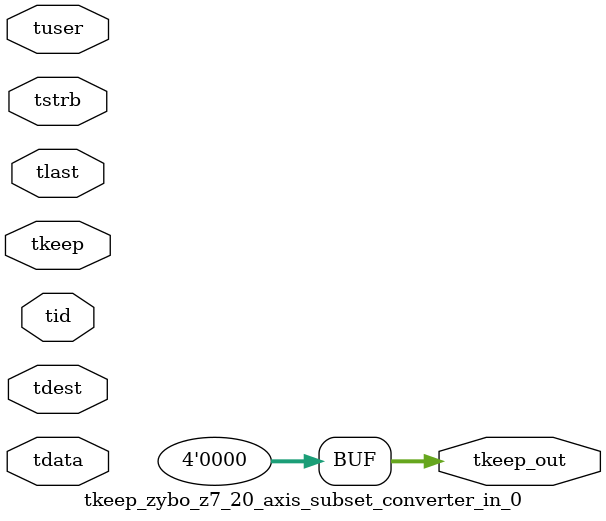
<source format=v>


`timescale 1ps/1ps

module tkeep_zybo_z7_20_axis_subset_converter_in_0 #
(
parameter C_S_AXIS_TDATA_WIDTH = 32,
parameter C_S_AXIS_TUSER_WIDTH = 0,
parameter C_S_AXIS_TID_WIDTH   = 0,
parameter C_S_AXIS_TDEST_WIDTH = 0,
parameter C_M_AXIS_TDATA_WIDTH = 32
)
(
input  [(C_S_AXIS_TDATA_WIDTH == 0 ? 1 : C_S_AXIS_TDATA_WIDTH)-1:0     ] tdata,
input  [(C_S_AXIS_TUSER_WIDTH == 0 ? 1 : C_S_AXIS_TUSER_WIDTH)-1:0     ] tuser,
input  [(C_S_AXIS_TID_WIDTH   == 0 ? 1 : C_S_AXIS_TID_WIDTH)-1:0       ] tid,
input  [(C_S_AXIS_TDEST_WIDTH == 0 ? 1 : C_S_AXIS_TDEST_WIDTH)-1:0     ] tdest,
input  [(C_S_AXIS_TDATA_WIDTH/8)-1:0 ] tkeep,
input  [(C_S_AXIS_TDATA_WIDTH/8)-1:0 ] tstrb,
input                                                                    tlast,
output [(C_M_AXIS_TDATA_WIDTH/8)-1:0 ] tkeep_out
);

assign tkeep_out = {1'b0};

endmodule


</source>
